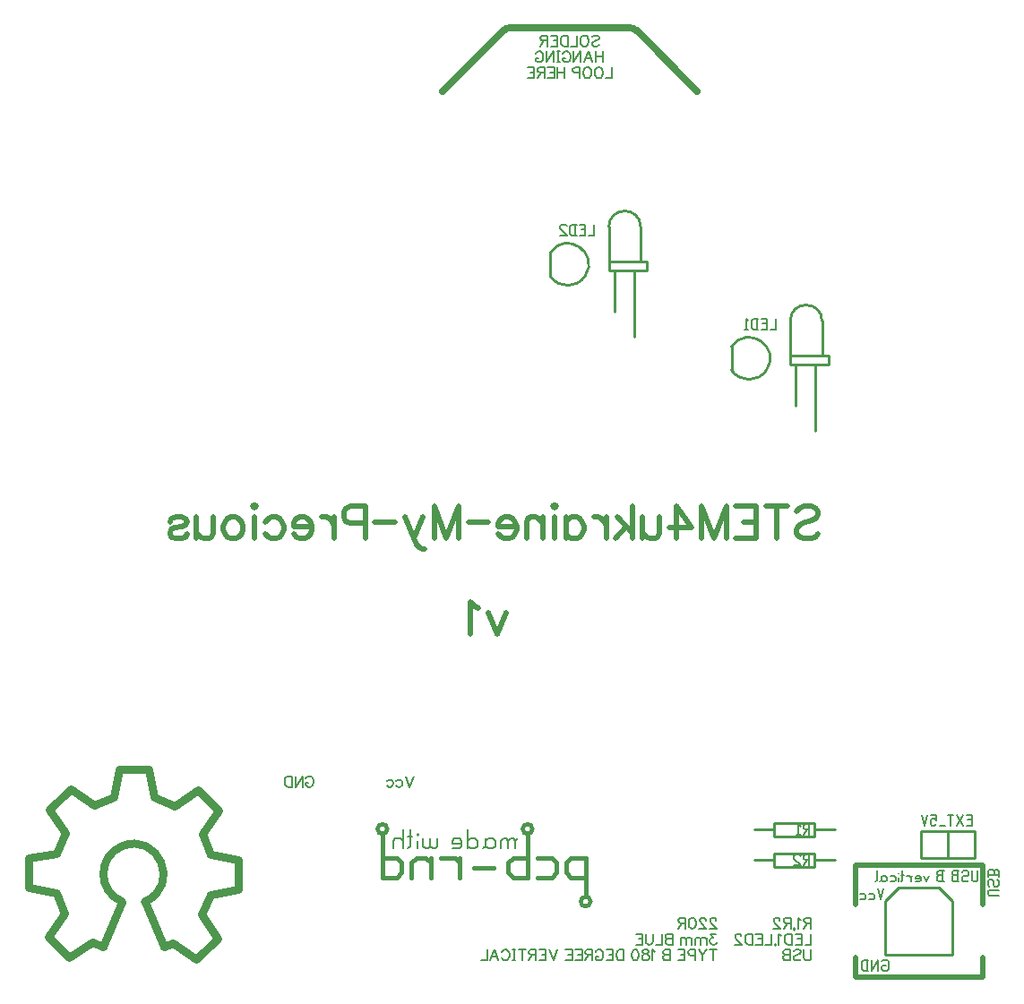
<source format=gbo>
G04 start of page 2 for group 10 layer_idx 5 *
G04 Title: (unknown), bottom_silk *
G04 Creator: pcb-rnd 3.1.5-dev *
G04 CreationDate: 2024-03-26 08:12:32 UTC *
G04 For: STEM4ukraine *
G04 Format: Gerber/RS-274X *
G04 PCB-Dimensions: 393701 393701 *
G04 PCB-Coordinate-Origin: lower left *
%MOIN*%
%FSLAX25Y25*%
%LNBOTTOM_SILK_NONE_10*%
%ADD36C,0.0090*%
%ADD35C,0.0072*%
%ADD34C,0.0070*%
%ADD33C,0.0200*%
%ADD32C,0.0180*%
%ADD31C,0.0300*%
%ADD30C,0.0100*%
%ADD29C,0.0276*%
G54D29*X275591Y330709D02*X253179Y353120D01*
X250256Y354331D02*X206437D01*
X203514Y353120D02*X181102Y330709D01*
G54D30*X220988Y270542D02*Y261860D01*
G54D31*X60803Y78426D02*X71768Y78331D01*
G54D30*X257028Y264035D02*X242854D01*
X257028Y267185D02*X242854D01*
X244823Y264035D02*Y248681D01*
X257028Y267185D02*Y264035D01*
X252303D02*Y239232D01*
X288488Y235542D02*Y226860D01*
X310354Y229035D02*Y245177D01*
X324528Y232185D02*Y229035D01*
X310354D01*
X324528Y232185D02*X310354D01*
X322165D02*Y245177D01*
X319803Y229035D02*Y204232D01*
X312323Y229035D02*Y213681D01*
X242854Y264035D02*Y280177D01*
X254665Y267185D02*Y280177D01*
G54D31*X61677Y29066D02*X54720Y12270D01*
X70213Y29066D02*X77170Y12270D01*
X58786Y68082D02*X60803Y78426D01*
X71768Y78331D02*X73604Y67953D01*
X80740Y13744D02*X77170Y12270D01*
X73604Y67953D02*X81185Y64734D01*
G54D30*X304350Y55906D02*X296850D01*
X319350Y58406D02*X304350D01*
X326850Y55906D02*X319350D01*
Y58406D02*Y53406D01*
X304350D02*X319350D01*
X304350D02*Y58406D01*
X326850Y44488D02*X319350D01*
X304350Y41988D02*X319350D01*
X304350Y44488D02*X296850D01*
X304350Y41988D02*Y46988D01*
X319350D02*Y41988D01*
Y46988D02*X304350D01*
G54D31*X81185Y64734D02*X89926Y70623D01*
X97611Y62802D01*
G54D32*X158598Y45276D02*X163998D01*
X158598Y38076D02*Y54276D01*
X165798Y39876D02*X163998Y38076D01*
X165798Y43476D02*X163998Y45276D01*
Y38076D02*X158598D01*
X165798Y43476D02*Y39876D01*
X169398Y43476D02*X171198Y45276D01*
X169398Y43476D02*Y38076D01*
X185598Y45276D02*X180198D01*
X187398Y43476D02*X185598Y45276D01*
X187398D02*Y38076D01*
X205398Y39876D02*X207198Y38076D01*
Y45276D02*X205398Y43476D01*
Y39876D02*Y43476D01*
X199998Y41676D02*X192798D01*
X228798Y38076D02*X226998Y39876D01*
X228798Y45276D02*X226998Y43476D01*
X223398Y39876D02*X221598Y38076D01*
X223398Y43476D02*X221598Y45276D01*
X223398Y43476D02*Y39876D01*
X226998Y43476D02*Y39876D01*
X234198Y45276D02*Y30876D01*
X207198Y45276D02*X212598D01*
X221598D02*X216198D01*
X234198D02*X228798D01*
X212598Y38076D02*X207198D01*
X221598D02*X216198D01*
X228798D02*X234198D01*
X212598Y54276D02*Y38076D01*
X174798Y45276D02*X171198D01*
X176598Y43476D02*X174798Y45276D01*
X176598D02*Y38076D01*
G54D31*X97611Y62802D02*X91571Y54166D01*
X94657Y46529D01*
X105001Y44512D01*
X104906Y33547D01*
X94528Y31711D01*
X91309Y24130D01*
X97198Y15389D01*
X54720Y12270D02*X50704Y14006D01*
X97198Y15389D02*X89377Y7703D01*
X80740Y13744D01*
G54D30*X365768Y34154D02*X350768D01*
X345768Y29154D01*
Y9154D01*
G54D33*X334488Y42579D02*Y28091D01*
G54D30*X370768Y9154D02*Y29154D01*
X365768Y34154D01*
X345768Y9154D02*X370768D01*
G54D33*X334488Y8327D02*Y846D01*
X381890Y42579D02*Y28091D01*
Y846D02*X334488D01*
G54D30*X359000Y55201D02*Y45201D01*
X369000Y55201D02*Y45201D01*
G54D33*X334488Y42579D02*X381890D01*
G54D30*X359000Y55201D02*X379000D01*
Y45201D02*Y55201D01*
Y45201D02*X359000D01*
X369000D01*
G54D33*X381890Y8327D02*Y846D01*
G54D31*X50704Y14006D02*X41964Y8117D01*
X34278Y15938D01*
X26889Y34228D02*X26984Y45193D01*
X37362Y47029D01*
X40580Y54611D01*
X34692Y63351D01*
X34278Y15938D02*X40318Y24575D01*
X37233Y32211D01*
X26889Y34228D01*
X34692Y63351D02*X42513Y71037D01*
X51149Y64997D01*
X58786Y68082D01*
G54D29*X253179Y353120D02*G75*G03X250256Y354331I-2923J-2923D01*G01*
X206437D02*G75*G03X203514Y353120I0J-4134D01*G01*
G54D30*X220988Y270542D02*G75*G02X234012Y261860I6512J-4341D01*G01*
X234012Y261860D02*G75*G02X220988Y261860I-6512J4341D01*G01*
X288488Y235542D02*G75*G02X301512Y226860I6512J-4341D01*G01*
X301512Y226860D02*G75*G02X288488Y226860I-6512J4341D01*G01*
G54D31*X70213Y29066D02*G75*G03X61677Y49674I-4268J10304D01*G01*
X61677Y49674D02*G75*G03X61677Y29066I4268J-10304D01*G01*
G54D32*X160398Y56076D02*G75*G02X156798Y56076I-1800J0D01*G01*
G75*G02X160398Y56076I1800J0D01*G01*
X214398D02*G75*G02X210798Y56076I-1800J0D01*G01*
G75*G02X214398Y56076I1800J0D01*G01*
X235998Y29076D02*G75*G02X232398Y29076I-1800J0D01*G01*
G75*G02X235998Y29076I1800J0D01*G01*
G54D30*X322165Y245177D02*G75*G03X310354Y245177I-5906J0D01*G01*
X254665Y280177D02*G75*G03X242854Y280177I-5906J0D01*G01*
G54D34*X236507Y350790D02*X236888Y351171D01*
X237459Y351362D01*
X238221D01*
X238793Y351171D01*
X239173Y350790D01*
Y350410D01*
X238984Y350028D01*
X238793Y349838D01*
X238411Y349648D01*
X237268Y349267D01*
X236888Y349076D01*
X236698Y348886D01*
X236507Y348505D01*
Y347933D01*
X236888Y347553D01*
X237459Y347362D01*
X238221D01*
X238793Y347553D01*
X239173Y347933D01*
X234165Y351362D02*X234545Y351171D01*
X234927Y350790D01*
X235117Y350410D01*
X235307Y349838D01*
Y348886D01*
X235117Y348313D01*
Y348314D02*X234927Y347933D01*
X234545Y347553D01*
X234165Y347362D01*
X233402D01*
X233022Y347553D01*
X232641Y347933D01*
X232450Y348314D01*
X232261Y348886D01*
Y349838D01*
X232450Y350410D01*
X232641Y350790D01*
X233022Y351171D01*
X233402Y351362D01*
X234165D01*
X231061D02*Y347362D01*
X228776D01*
X227576Y351362D02*Y347362D01*
Y351362D02*X226242D01*
X225671Y351171D01*
X225290Y350790D01*
X225100Y350410D01*
X224910Y349838D01*
Y348885D01*
X225100Y348314D01*
X225290Y347933D01*
X225671Y347553D01*
X226242Y347362D01*
X227576D01*
X223710Y351362D02*Y347362D01*
Y351362D02*X221234D01*
X223710Y349457D02*X222187D01*
X223710Y347362D02*X221234D01*
X220034Y351362D02*Y347362D01*
Y351362D02*X218320D01*
X217749Y351171D01*
X217558Y350981D01*
X217368Y350600D01*
Y350219D01*
X217558Y349838D01*
X217749Y349648D01*
X218320Y349457D01*
X220034D01*
X218701D02*X217368Y347362D01*
X240551Y345457D02*Y341457D01*
X237884D02*Y345457D01*
X240551Y343552D02*X237884D01*
X235160Y345457D02*X236684Y341457D01*
X235160Y345457D02*X233636Y341457D01*
X236112Y342790D02*X234207D01*
X232436Y345457D02*Y341457D01*
Y345457D02*X229770Y341457D01*
Y345457D02*Y341457D01*
X225713Y344505D02*X225904Y344885D01*
X226284Y345266D01*
X226665Y345457D01*
X227427D01*
X227808Y345266D01*
X228189Y344885D01*
X228379Y344505D01*
X228570Y343933D01*
Y342980D01*
X228379Y342409D01*
X228189Y342028D01*
X227808Y341648D01*
X227427Y341457D01*
X226665D01*
X226284Y341648D01*
X225904Y342028D01*
X225713Y342409D01*
Y342980D01*
X226665D02*X225713D01*
X224513Y345457D02*X223513D01*
X224013D02*Y341457D01*
X224513D02*X223513D01*
X222313Y345457D02*Y341457D01*
Y345457D02*X219647Y341457D01*
Y345457D02*Y341457D01*
X215590Y344505D02*X215781Y344885D01*
X216161Y345266D01*
X216542Y345457D01*
X217304D01*
X217685Y345266D01*
X218066Y344885D01*
X218256Y344505D01*
X218447Y343933D01*
Y342980D01*
X218256Y342409D01*
X218066Y342028D01*
X217685Y341648D01*
X217304Y341457D01*
X216542D01*
X216161Y341648D01*
X215781Y342028D01*
X215590Y342409D01*
Y342980D01*
X216542D02*X215590D01*
X244094Y339551D02*Y335551D01*
X241809D01*
X239467Y339551D02*X239847Y339360D01*
X240229Y338979D01*
X240419Y338599D01*
X240609Y338027D01*
Y337075D01*
X240419Y336502D01*
Y336503D02*X240229Y336122D01*
X239847Y335742D01*
X239467Y335551D01*
X238704D01*
X238324Y335742D01*
X237943Y336122D01*
X237752Y336503D01*
X237563Y337075D01*
Y338027D01*
X237752Y338599D01*
X237943Y338979D01*
X238324Y339360D01*
X238704Y339551D01*
X239467D01*
X235221D02*X235601Y339360D01*
X235983Y338979D01*
X236173Y338599D01*
X236363Y338027D01*
Y337075D01*
X236173Y336502D01*
Y336503D02*X235983Y336122D01*
X235601Y335742D01*
X235221Y335551D01*
X234458D01*
X234078Y335742D01*
X233697Y336122D01*
X233506Y336503D01*
X233317Y337075D01*
Y338027D01*
X233506Y338599D01*
X233697Y338979D01*
X234078Y339360D01*
X234458Y339551D01*
X235221D01*
X232117D02*Y335551D01*
Y339551D02*X230403D01*
X229832Y339360D01*
X229641Y339170D01*
X229451Y338789D01*
Y338217D01*
X229641Y337837D01*
X229832Y337646D01*
X230403Y337456D01*
X232117D01*
X226451Y339551D02*Y335551D01*
X223784D02*Y339551D01*
X226451Y337646D02*X223784D01*
X222584Y339551D02*Y335551D01*
Y339551D02*X220108D01*
X222584Y337646D02*X221061D01*
X222584Y335551D02*X220108D01*
X218908Y339551D02*Y335551D01*
Y339551D02*X217194D01*
X216623Y339360D01*
X216432Y339170D01*
X216242Y338789D01*
Y338408D01*
X216432Y338027D01*
X216623Y337837D01*
X217194Y337646D01*
X218908D01*
X217575D02*X216242Y335551D01*
X215042Y339551D02*Y335551D01*
Y339551D02*X212566D01*
X215042Y337646D02*X213519D01*
X215042Y335551D02*X212566D01*
G54D33*X204724Y136702D02*X201298Y128704D01*
X197872Y136702D02*X201298Y128704D01*
X194272Y138418D02*X193132Y138988D01*
X191416Y140701D01*
Y128701D01*
G54D34*X170276Y75772D02*X168753Y71772D01*
X167228Y75772D02*X168753Y71772D01*
X163742Y73869D02*X164124Y74250D01*
X164504Y74439D01*
X165076D01*
X165456Y74250D01*
X165838Y73869D01*
X166028Y73298D01*
Y72916D01*
X165838Y72345D01*
X165456Y71964D01*
X165076Y71773D01*
X164504D01*
X164124Y71964D01*
X163742Y72345D01*
X160256Y73869D02*X160638Y74250D01*
X161018Y74439D01*
X161590D01*
X161970Y74250D01*
X162352Y73869D01*
X162542Y73298D01*
Y72916D01*
X162352Y72345D01*
X161970Y71964D01*
X161590Y71773D01*
X161018D01*
X160638Y71964D01*
X160256Y72345D01*
X130017Y74820D02*X130208Y75200D01*
X130588Y75581D01*
X130969Y75772D01*
X131731D01*
X132112Y75581D01*
X132493Y75200D01*
X132683Y74820D01*
X132874Y74248D01*
Y73295D01*
X132683Y72724D01*
X132493Y72343D01*
X132112Y71963D01*
X131731Y71772D01*
X130969D01*
X130588Y71963D01*
X130208Y72343D01*
X130017Y72724D01*
Y73295D01*
X130969D02*X130017D01*
X128817Y75772D02*Y71772D01*
Y75772D02*X126151Y71772D01*
Y75772D02*Y71772D01*
X124951Y75772D02*Y71772D01*
Y75772D02*X123617D01*
X123046Y75581D01*
X122665Y75200D01*
X122475Y74820D01*
X122285Y74248D01*
Y73295D01*
X122475Y72724D01*
X122665Y72343D01*
X123046Y71963D01*
X123617Y71772D01*
X124951D01*
G54D33*X312754Y174418D02*X313897Y175561D01*
X315610Y176134D01*
X317896D01*
X319612Y175561D01*
X320752Y174418D01*
Y173278D01*
X320185Y172132D01*
X319612Y171562D01*
X318466Y170992D01*
X315037Y169849D01*
X313897Y169276D01*
X313327Y168706D01*
X312754Y167563D01*
Y165847D01*
X313897Y164707D01*
X315610Y164134D01*
X317896D01*
X319612Y164707D01*
X320752Y165847D01*
X305155Y176134D02*Y164134D01*
X309154Y176134D02*X301156D01*
X297556D02*Y164134D01*
Y176134D02*X290128D01*
X297556Y170419D02*X292987D01*
X297556Y164134D02*X290128D01*
X286528Y176134D02*Y164134D01*
Y176134D02*X281959Y164134D01*
X277384Y176134D02*X281959Y164134D01*
X277384Y176134D02*Y164134D01*
X268072Y176134D02*X273784Y168136D01*
X265216D01*
X268072Y176134D02*Y164134D01*
X261616Y172135D02*Y166423D01*
X261046Y164710D01*
X259900Y164137D01*
X258187D01*
X257044Y164710D01*
X255331Y166423D01*
Y172135D02*Y164137D01*
X251731Y176134D02*Y164134D01*
X246019Y172135D02*X251731Y166420D01*
X249448Y168709D02*X245446Y164134D01*
X241846Y172135D02*Y164137D01*
Y168706D02*X241276Y170425D01*
X240130Y171565D01*
X238990Y172135D01*
X237274D01*
X226816D02*Y164137D01*
Y170425D02*X227962Y171568D01*
X229102Y172135D01*
X230818D01*
X231958Y171568D01*
X233104Y170425D01*
X233674Y168712D01*
Y167566D01*
X233104Y165853D01*
X231958Y164710D01*
X230818Y164137D01*
X229102D01*
X227962Y164710D01*
X226816Y165853D01*
X222646Y172162D02*Y164164D01*
X223216Y176164D02*X222646Y175591D01*
X222073Y176164D01*
X222646Y176734D01*
X223216Y176164D01*
X218473Y172135D02*Y164137D01*
Y169852D02*X216757Y171568D01*
X215617Y172135D01*
X213901D01*
X212761Y171568D01*
X212188Y169852D01*
Y164137D01*
X208588Y168712D02*X201736D01*
Y169852D01*
X202306Y170995D01*
X202876Y171568D01*
X204019Y172135D01*
X205732D01*
X206878Y171568D01*
X208021Y170425D01*
X208588Y168712D01*
Y167566D01*
X208021Y165853D01*
X206878Y164710D01*
X205732Y164137D01*
X204019D01*
X202876Y164710D01*
X201736Y165853D01*
X198136Y170134D02*X190636D01*
X187036Y176134D02*Y164134D01*
Y176134D02*X182467Y164134D01*
X177892Y176134D02*X182467Y164134D01*
X177892Y176134D02*Y164134D01*
X173722Y172135D02*X170293Y164137D01*
X166864Y172135D02*X170293Y164137D01*
X171436Y161854D01*
X172576Y160708D01*
X173722Y160135D01*
X174292D01*
X163264Y170134D02*X155764D01*
X152164Y176134D02*Y164134D01*
Y176134D02*X147022D01*
X145309Y175561D01*
X144736Y174991D01*
X144166Y173848D01*
Y172132D01*
X144736Y170992D01*
X145309Y170419D01*
X147022Y169849D01*
X152164D01*
X140566Y172135D02*Y164137D01*
Y168706D02*X139996Y170425D01*
X138850Y171565D01*
X137710Y172135D01*
X135994D01*
X132394Y168712D02*X125542D01*
Y169852D01*
X126112Y170995D01*
X126682Y171568D01*
X127825Y172135D01*
X129538D01*
X130684Y171568D01*
X131827Y170425D01*
X132394Y168712D01*
Y167566D01*
X131827Y165853D01*
X130684Y164710D01*
X129538Y164137D01*
X127825D01*
X126682Y164710D01*
X125542Y165853D01*
X115084Y170425D02*X116230Y171568D01*
X117370Y172135D01*
X119086D01*
X120226Y171568D01*
X121372Y170425D01*
X121942Y168712D01*
Y167566D01*
X121372Y165853D01*
X120226Y164710D01*
X119086Y164137D01*
X117370D01*
X116230Y164710D01*
X115084Y165853D01*
X110914Y172162D02*Y164164D01*
X111484Y176164D02*X110914Y175591D01*
X110341Y176164D01*
X110914Y176734D01*
X111484Y176164D01*
X103885Y172135D02*X105031Y171568D01*
X106174Y170425D01*
X106741Y168712D01*
Y167566D01*
X106174Y165853D01*
X105031Y164710D01*
X103885Y164137D01*
X102172D01*
X101029Y164710D01*
X99889Y165853D01*
X99316Y167566D01*
Y168712D01*
X99889Y170425D01*
X101029Y171568D01*
X102172Y172135D01*
X103885D01*
X95716D02*Y166423D01*
X95146Y164710D01*
X94000Y164137D01*
X92287D01*
X91144Y164710D01*
X89431Y166423D01*
Y172135D02*Y164137D01*
X79549Y170425D02*X80119Y171565D01*
X81835Y172135D01*
X83548D01*
X85264Y171565D01*
X85831Y170425D01*
X85264Y169279D01*
X84121Y168706D01*
X81262Y168136D01*
X80119Y167566D01*
X79549Y166423D01*
Y165850D01*
X80119Y164710D01*
X81835Y164137D01*
X83548D01*
X85264Y164710D01*
X85831Y165850D01*
G54D35*X208098Y51576D02*Y48876D01*
Y51576D02*X207198Y52476D01*
X206298D01*
X205398Y51576D01*
Y48876D01*
Y51576D02*X204498Y52476D01*
X203598D01*
X202698Y51576D01*
Y48876D01*
X208998Y52476D02*X208098Y51576D01*
X197838Y52476D02*X196938Y51576D01*
X199638Y52476D02*X197838D01*
X200538Y51576D02*X199638Y52476D01*
X200538Y51576D02*Y49776D01*
X199638Y48876D01*
X196938Y52476D02*Y49776D01*
X196038Y48876D01*
X199638D02*X197838D01*
X196938Y49776D01*
X190278Y56076D02*Y48876D01*
X191178D02*X190278Y49776D01*
X192978Y48876D02*X191178D01*
X193878Y49776D02*X192978Y48876D01*
X193878Y51576D02*Y49776D01*
Y51576D02*X192978Y52476D01*
X191178D01*
X190278Y51576D01*
X187218Y48876D02*X184518D01*
X188118Y49776D02*X187218Y48876D01*
X188118Y51576D02*Y49776D01*
Y51576D02*X187218Y52476D01*
X185418D01*
X184518Y51576D01*
X188118Y50676D02*X184518D01*
Y51576D01*
X179118Y52476D02*Y49776D01*
X178218Y48876D01*
X177318D01*
X176418Y49776D01*
Y52476D02*Y49776D01*
X175518Y48876D01*
X174618D01*
X173718Y49776D01*
Y52476D02*Y49776D01*
G54D36*X171558Y54276D02*Y54096D01*
G54D35*Y51576D02*Y48876D01*
X168858Y56076D02*Y49776D01*
X167958Y48876D01*
X169758Y53376D02*X167958D01*
X166158Y56076D02*Y48876D01*
Y51576D02*X165258Y52476D01*
X163458D01*
X162558Y51576D01*
Y48876D01*
G54D34*X317850Y57890D02*X315850D01*
X315350Y57390D01*
Y56390D01*
X315850Y55890D02*X315350Y56390D01*
X317350Y55890D02*X315850D01*
X317350Y57890D02*Y53890D01*
X316550Y55890D02*X315350Y53890D01*
X314150Y57090D02*X313350Y57890D01*
Y53890D01*
X314150D02*X312650D01*
X318110Y11205D02*Y8348D01*
X317919Y7776D01*
X317539Y7396D01*
X316967Y7205D01*
X316587D01*
X316015Y7396D01*
X315634Y7776D01*
X315444Y8348D01*
Y11205D01*
X311578Y10633D02*X311959Y11014D01*
X312530Y11205D01*
X313292D01*
X313864Y11014D01*
X314244Y10633D01*
Y10253D01*
X314055Y9871D01*
X313864Y9681D01*
X313482Y9491D01*
X312339Y9110D01*
X311959Y8919D01*
X311769Y8729D01*
X311578Y8348D01*
Y7776D01*
X311959Y7396D01*
X312530Y7205D01*
X313292D01*
X313864Y7396D01*
X314244Y7776D01*
X310378Y11205D02*Y7205D01*
Y11205D02*X308664D01*
X308093Y11014D01*
X307902Y10824D01*
X307712Y10442D01*
Y10062D01*
X307902Y9681D01*
X308093Y9490D01*
X308664Y9300D01*
X310378D02*X308664D01*
X308093Y9110D01*
X307902Y8919D01*
X307712Y8538D01*
Y7967D01*
X307902Y7585D01*
X308093Y7396D01*
X308664Y7205D01*
X310378D01*
X281779Y11205D02*Y7205D01*
X283112Y11205D02*X280446D01*
X279246D02*X277723Y9300D01*
Y7205D01*
X276198Y11205D02*X277723Y9300D01*
X274998Y11205D02*Y7205D01*
Y11205D02*X273284D01*
X272713Y11014D01*
X272522Y10824D01*
X272332Y10443D01*
Y9871D01*
X272522Y9491D01*
X272713Y9300D01*
X273284Y9110D01*
X274998D01*
X271132Y11205D02*Y7205D01*
Y11205D02*X268656D01*
X271132Y9300D02*X269609D01*
X271132Y7205D02*X268656D01*
X265656Y11205D02*Y7205D01*
Y11205D02*X263942D01*
X263371Y11014D01*
X263180Y10824D01*
X262990Y10442D01*
Y10062D01*
X263180Y9681D01*
X263371Y9490D01*
X263942Y9300D01*
X265656D02*X263942D01*
X263371Y9110D01*
X263180Y8919D01*
X262990Y8538D01*
Y7967D01*
X263180Y7585D01*
X263371Y7396D01*
X263942Y7205D01*
X265656D01*
X259990Y10444D02*X259610Y10634D01*
X259038Y11205D01*
Y7205D01*
X256886Y11205D02*X257458Y11015D01*
X257648Y10634D01*
Y10253D01*
X257458Y9872D01*
X257077Y9681D01*
X256315Y9492D01*
X255743Y9301D01*
X255363Y8920D01*
X255172Y8539D01*
Y7967D01*
X255363Y7587D01*
X255554Y7396D01*
X256125Y7205D01*
X256886D01*
X257458Y7396D01*
X257648Y7587D01*
X257838Y7967D01*
Y8539D01*
X257648Y8920D01*
X257268Y9301D01*
X256696Y9492D01*
X255934Y9681D01*
X255554Y9872D01*
X255363Y10253D01*
Y10634D01*
X255554Y11015D01*
X256125Y11205D01*
X256886D01*
X252829D02*X253400Y11015D01*
X253782Y10444D01*
X253972Y9492D01*
Y8920D01*
X253782Y7967D01*
X253400Y7396D01*
X252829Y7205D01*
X252448D01*
X251877Y7396D01*
X251496Y7967D01*
X251305Y8920D01*
Y9492D01*
X251496Y10444D01*
X251877Y11015D01*
X252448Y11205D01*
X252829D01*
X248305D02*Y7205D01*
Y11205D02*X246971D01*
X246400Y11014D01*
X246019Y10633D01*
X245829Y10253D01*
X245639Y9681D01*
Y8728D01*
X245829Y8157D01*
X246019Y7776D01*
X246400Y7396D01*
X246971Y7205D01*
X248305D01*
X244439Y11205D02*Y7205D01*
Y11205D02*X241963D01*
X244439Y9300D02*X242916D01*
X244439Y7205D02*X241963D01*
X237906Y10253D02*X238097Y10633D01*
X238477Y11014D01*
X238858Y11205D01*
X239620D01*
X240001Y11014D01*
X240382Y10633D01*
X240572Y10253D01*
X240763Y9681D01*
Y8728D01*
X240572Y8157D01*
X240382Y7776D01*
X240001Y7396D01*
X239620Y7205D01*
X238858D01*
X238477Y7396D01*
X238097Y7776D01*
X237906Y8157D01*
Y8728D01*
X238858D02*X237906D01*
X236706Y11205D02*Y7205D01*
Y11205D02*X234992D01*
X234421Y11014D01*
X234230Y10824D01*
X234040Y10443D01*
Y10062D01*
X234230Y9681D01*
X234421Y9491D01*
X234992Y9300D01*
X236706D01*
X235373D02*X234040Y7205D01*
X232840Y11205D02*Y7205D01*
Y11205D02*X230364D01*
X232840Y9300D02*X231317D01*
X232840Y7205D02*X230364D01*
X229164Y11205D02*Y7205D01*
Y11205D02*X226688D01*
X229164Y9300D02*X227641D01*
X229164Y7205D02*X226688D01*
X223688Y11205D02*X222165Y7205D01*
X220640Y11205D02*X222165Y7205D01*
X219440Y11205D02*Y7205D01*
Y11205D02*X216964D01*
X219440Y9300D02*X217917D01*
X219440Y7205D02*X216964D01*
X215764Y11205D02*Y7205D01*
Y11205D02*X214050D01*
X213479Y11014D01*
X213288Y10824D01*
X213098Y10443D01*
Y10062D01*
X213288Y9681D01*
X213479Y9491D01*
X214050Y9300D01*
X215764D01*
X214431D02*X213098Y7205D01*
X210565Y11205D02*Y7205D01*
X211898Y11205D02*X209232D01*
X208032D02*X207032D01*
X207532D02*Y7205D01*
X208032D02*X207032D01*
X202975Y10253D02*X203166Y10633D01*
X203547Y11014D01*
X203927Y11205D01*
X204690D01*
X205070Y11014D01*
X205452Y10633D01*
X205642Y10253D01*
X205832Y9681D01*
Y8728D01*
X205642Y8157D01*
X205452Y7776D01*
X205070Y7396D01*
X204690Y7205D01*
X203927D01*
X203547Y7396D01*
X203166Y7776D01*
X202975Y8157D01*
X200251Y11205D02*X201775Y7205D01*
X200251Y11205D02*X198727Y7205D01*
X201203Y8538D02*X199298D01*
X197527Y11205D02*Y7205D01*
X195242D01*
X344831Y7327D02*X344331Y6827D01*
X346331Y7327D02*X344831D01*
X346831Y6827D02*X346331Y7327D01*
X346831Y6827D02*Y3827D01*
X346331Y3327D01*
X344831D01*
X344331Y3827D01*
Y4827D02*Y3827D01*
X344831Y5327D02*X344331Y4827D01*
X345831Y5327D02*X344831D01*
X343131Y7327D02*Y3327D01*
Y7327D02*X340631Y3327D01*
Y7327D02*Y3327D01*
X338931Y7327D02*Y3327D01*
X337631Y7327D02*X336931Y6627D01*
Y4027D01*
X337631Y3327D02*X336931Y4027D01*
X339431Y3327D02*X337631D01*
X339431Y7327D02*X337631D01*
X318110Y17110D02*Y13110D01*
X315825D01*
X314625Y17110D02*Y13110D01*
Y17110D02*X312149D01*
X314625Y15205D02*X313102D01*
X314625Y13110D02*X312149D01*
X310949Y17110D02*Y13110D01*
Y17110D02*X309615D01*
X309044Y16919D01*
X308663Y16538D01*
X308473Y16158D01*
X308283Y15586D01*
Y14633D01*
X308473Y14062D01*
X308663Y13681D01*
X309044Y13301D01*
X309615Y13110D01*
X310949D01*
X307083Y16349D02*X306703Y16539D01*
X306131Y17110D01*
Y13110D01*
X304550Y13219D02*X304740Y13030D01*
X304931Y13219D01*
X304740Y13410D01*
X304550Y13219D01*
Y12839D01*
X304931Y12458D01*
X303350Y17110D02*Y13110D01*
X301065D01*
X299865Y17110D02*Y13110D01*
Y17110D02*X297389D01*
X299865Y15205D02*X298342D01*
X299865Y13110D02*X297389D01*
X296189Y17110D02*Y13110D01*
Y17110D02*X294855D01*
X294284Y16919D01*
X293903Y16538D01*
X293713Y16158D01*
X293523Y15586D01*
Y14633D01*
X293713Y14062D01*
X293903Y13681D01*
X294284Y13301D01*
X294855Y13110D01*
X296189D01*
X292133Y16158D02*Y16349D01*
X291942Y16729D01*
X291753Y16920D01*
X291371Y17110D01*
X290610D01*
X290228Y16920D01*
X290038Y16729D01*
X289848Y16349D01*
Y15967D01*
X290038Y15586D01*
X290419Y15015D01*
X292323Y13110D01*
X289657D01*
X282677Y17110D02*X280582D01*
X281725Y15586D01*
X281153D01*
X280773Y15397D01*
X280582Y15206D01*
X280391Y14634D01*
Y14254D01*
X280582Y13682D01*
X280962Y13301D01*
X281534Y13110D01*
X282105D01*
X282677Y13301D01*
X282867Y13492D01*
X283057Y13872D01*
X279191Y15777D02*Y13111D01*
Y15016D02*X278621Y15588D01*
X278239Y15777D01*
X277668D01*
X277287Y15588D01*
X277097Y15016D01*
Y13111D01*
Y15016D02*X276525Y15588D01*
X276145Y15777D01*
X275573D01*
X275193Y15588D01*
X275002Y15016D01*
Y13111D01*
X273802Y15777D02*Y13111D01*
Y15016D02*X273232Y15588D01*
X272850Y15777D01*
X272279D01*
X271898Y15588D01*
X271708Y15016D01*
Y13111D01*
Y15016D02*X271136Y15588D01*
X270756Y15777D01*
X270184D01*
X269804Y15588D01*
X269613Y15016D01*
Y13111D01*
X266613Y17110D02*Y13110D01*
Y17110D02*X264899D01*
X264328Y16919D01*
X264137Y16729D01*
X263947Y16347D01*
Y15967D01*
X264137Y15586D01*
X264328Y15395D01*
X264899Y15205D01*
X266613D02*X264899D01*
X264328Y15015D01*
X264137Y14824D01*
X263947Y14443D01*
Y13872D01*
X264137Y13490D01*
X264328Y13301D01*
X264899Y13110D01*
X266613D01*
X262747Y17110D02*Y13110D01*
X260462D01*
X259262Y17110D02*Y14253D01*
X259071Y13681D01*
X258691Y13301D01*
X258119Y13110D01*
X257739D01*
X257167Y13301D01*
X256786Y13681D01*
X256596Y14253D01*
Y17110D01*
X255396D02*Y13110D01*
Y17110D02*X252920D01*
X255396Y15205D02*X253873D01*
X255396Y13110D02*X252920D01*
X318110Y23016D02*Y19016D01*
Y23016D02*X316396D01*
X315825Y22825D01*
X315634Y22635D01*
X315444Y22254D01*
Y21873D01*
X315634Y21492D01*
X315825Y21302D01*
X316396Y21111D01*
X318110D01*
X316777D02*X315444Y19016D01*
X314244Y22255D02*X313864Y22445D01*
X313292Y23016D01*
Y19016D01*
X311711Y19125D02*X311901Y18936D01*
X312092Y19125D01*
X311901Y19316D01*
X311711Y19125D01*
Y18745D01*
X312092Y18364D01*
X310511Y23016D02*Y19016D01*
Y23016D02*X308797D01*
X308226Y22825D01*
X308035Y22635D01*
X307845Y22254D01*
Y21873D01*
X308035Y21492D01*
X308226Y21302D01*
X308797Y21111D01*
X310511D01*
X309178D02*X307845Y19016D01*
X306455Y22064D02*Y22255D01*
X306264Y22635D01*
X306075Y22826D01*
X305693Y23016D01*
X304932D01*
X304550Y22826D01*
X304360Y22635D01*
X304170Y22255D01*
Y21873D01*
X304360Y21492D01*
X304741Y20921D01*
X306645Y19016D01*
X303979D01*
X282789Y22064D02*Y22255D01*
X282598Y22635D01*
X282409Y22826D01*
X282027Y23016D01*
X281266D01*
X280884Y22826D01*
X280694Y22635D01*
X280504Y22255D01*
Y21873D01*
X280694Y21492D01*
X281075Y20921D01*
X282979Y19016D01*
X280313D01*
X278923Y22064D02*Y22255D01*
X278732Y22635D01*
X278543Y22826D01*
X278161Y23016D01*
X277400D01*
X277018Y22826D01*
X276828Y22635D01*
X276638Y22255D01*
Y21873D01*
X276828Y21492D01*
X277209Y20921D01*
X279113Y19016D01*
X276447D01*
X274104Y23016D02*X274675Y22826D01*
X275057Y22255D01*
X275247Y21303D01*
Y20731D01*
X275057Y19778D01*
X274675Y19207D01*
X274104Y19016D01*
X273723D01*
X273152Y19207D01*
X272771Y19778D01*
X272580Y20731D01*
Y21303D01*
X272771Y22255D01*
X273152Y22826D01*
X273723Y23016D01*
X274104D01*
X271380D02*Y19016D01*
Y23016D02*X269666D01*
X269095Y22825D01*
X268904Y22635D01*
X268714Y22254D01*
Y21873D01*
X268904Y21492D01*
X269095Y21302D01*
X269666Y21111D01*
X271380D01*
X270047D02*X268714Y19016D01*
X380000Y40594D02*Y37094D01*
X379500Y36594D01*
X378500D01*
X378000Y37094D01*
Y40594D02*Y37094D01*
X374800Y40594D02*X374300Y40094D01*
X376300Y40594D02*X374800D01*
X376800Y40094D02*X376300Y40594D01*
X376800Y40094D02*Y39094D01*
X376300Y38594D01*
X374800D01*
X374300Y38094D01*
Y37094D01*
X374800Y36594D02*X374300Y37094D01*
X376300Y36594D02*X374800D01*
X376800Y37094D02*X376300Y36594D01*
X373100D02*X371100D01*
X370600Y37094D01*
Y38294D02*Y37094D01*
X371100Y38794D02*X370600Y38294D01*
X372600Y38794D02*X371100D01*
X372600Y40594D02*Y36594D01*
X373100Y40594D02*X371100D01*
X370600Y40094D01*
Y39294D01*
X371100Y38794D02*X370600Y39294D01*
X367600Y36594D02*X365600D01*
X365100Y37094D01*
Y38294D02*Y37094D01*
X365600Y38794D02*X365100Y38294D01*
X367100Y38794D02*X365600D01*
X367100Y40594D02*Y36594D01*
X367600Y40594D02*X365600D01*
X365100Y40094D01*
Y39294D01*
X365600Y38794D02*X365100Y39294D01*
X362100Y38594D02*X361100Y36594D01*
X360100Y38594D02*X361100Y36594D01*
X358400D02*X356900D01*
X358900Y37094D02*X358400Y36594D01*
X358900Y38094D02*Y37094D01*
Y38094D02*X358400Y38594D01*
X357400D01*
X356900Y38094D01*
X358900Y37594D02*X356900D01*
Y38094D01*
X355200D02*Y36594D01*
Y38094D02*X354700Y38594D01*
X353700D01*
X355700D02*X355200Y38094D01*
X352000Y40594D02*Y37094D01*
X351500Y36594D01*
X352500Y39094D02*X351500D01*
X350500Y39594D02*Y39494D01*
Y38094D02*Y36594D01*
X349000Y38594D02*X347500D01*
X349500Y38094D02*X349000Y38594D01*
X349500Y38094D02*Y37094D01*
X349000Y36594D01*
X347500D01*
X344800Y38594D02*X344300Y38094D01*
X345800Y38594D02*X344800D01*
X346300Y38094D02*X345800Y38594D01*
X346300Y38094D02*Y37094D01*
X345800Y36594D01*
X344300Y38594D02*Y37094D01*
X343800Y36594D01*
X345800D02*X344800D01*
X344300Y37094D01*
X342600Y40594D02*Y37094D01*
X342100Y36594D01*
X344862Y33902D02*X343862Y29902D01*
X342862Y33902D01*
X341162Y31902D02*X339662D01*
X341662Y31402D02*X341162Y31902D01*
X341662Y31402D02*Y30402D01*
X341162Y29902D01*
X339662D01*
X337962Y31902D02*X336462D01*
X338462Y31402D02*X337962Y31902D01*
X338462Y31402D02*Y30402D01*
X337962Y29902D01*
X336462D01*
X387953Y31433D02*X384453D01*
X383953Y31933D01*
Y32933D01*
X384453Y33433D01*
X387953D02*X384453D01*
X387953Y36633D02*X387453Y37133D01*
X387953Y35133D02*Y36633D01*
X387453Y34633D02*X387953Y35133D01*
X387453Y34633D02*X386453D01*
X385953Y35133D01*
Y36633D01*
X385453Y37133D01*
X384453D01*
X383953Y36633D02*X384453Y37133D01*
X383953Y35133D02*Y36633D01*
X384453Y34633D02*X383953Y35133D01*
Y38333D02*Y40333D01*
X384453Y40833D01*
X385653D02*X384453D01*
X386153Y40333D02*X385653Y40833D01*
X386153Y38833D02*Y40333D01*
X387953Y38833D02*X383953D01*
X387953Y38333D02*Y40333D01*
X387453Y40833D01*
X386653D01*
X386153Y40333D02*X386653Y40833D01*
X377937Y59527D02*X376437D01*
X377937Y57327D02*X375937D01*
X377937Y61327D02*Y57327D01*
Y61327D02*X375937D01*
X374737Y57327D02*X372237Y61327D01*
X374737D02*X372237Y57327D01*
X371037Y61327D02*X369037D01*
X370037D02*Y57327D01*
X367837D02*X365837D01*
X364637Y61327D02*X362637D01*
X364637D02*Y59327D01*
X364137Y59827D01*
X363137D01*
X362637Y59327D01*
Y57827D01*
X363137Y57327D02*X362637Y57827D01*
X364137Y57327D02*X363137D01*
X364637Y57827D02*X364137Y57327D01*
X361437Y61327D02*X360437Y57327D01*
X359437Y61327D01*
X317850Y46472D02*X315850D01*
X315350Y45972D01*
Y44972D01*
X315850Y44472D02*X315350Y44972D01*
X317350Y44472D02*X315850D01*
X317350Y46472D02*Y42472D01*
X316550Y44472D02*X315350Y42472D01*
X314150Y45972D02*X313650Y46472D01*
X312150D01*
X311650Y45972D01*
Y44972D01*
X314150Y42472D02*X311650Y44972D01*
X314150Y42472D02*X311650D01*
X237343Y280949D02*Y276949D01*
X235343D01*
X234143Y279149D02*X232643D01*
X234143Y276949D02*X232143D01*
X234143Y280949D02*Y276949D01*
Y280949D02*X232143D01*
X230443D02*Y276949D01*
X229143Y280949D02*X228443Y280249D01*
Y277649D01*
X229143Y276949D02*X228443Y277649D01*
X230943Y276949D02*X229143D01*
X230943Y280949D02*X229143D01*
X227243Y280449D02*X226743Y280949D01*
X225243D01*
X224743Y280449D01*
Y279449D01*
X227243Y276949D02*X224743Y279449D01*
X227243Y276949D02*X224743D01*
X304843Y245949D02*Y241949D01*
X302843D01*
X301643Y244149D02*X300143D01*
X301643Y241949D02*X299643D01*
X301643Y245949D02*Y241949D01*
Y245949D02*X299643D01*
X297943D02*Y241949D01*
X296643Y245949D02*X295943Y245249D01*
Y242649D01*
X296643Y241949D02*X295943Y242649D01*
X298443Y241949D02*X296643D01*
X298443Y245949D02*X296643D01*
X294743Y245149D02*X293943Y245949D01*
Y241949D01*
X294743D02*X293243D01*
M02*

</source>
